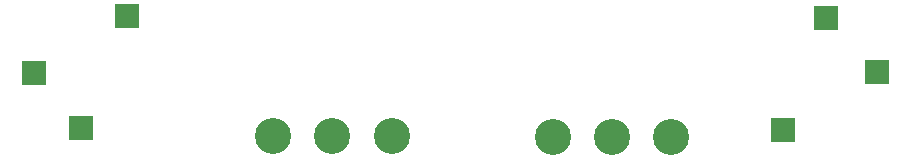
<source format=gbr>
G04 PROTEUS GERBER X2 FILE*
%TF.GenerationSoftware,Labcenter,Proteus,8.13-SP0-Build31525*%
%TF.CreationDate,2024-11-27T16:09:25+00:00*%
%TF.FileFunction,Copper,L1,Top*%
%TF.FilePolarity,Positive*%
%TF.Part,Single*%
%TF.SameCoordinates,{6c36026d-0d5a-4654-bc71-8b13258c69e2}*%
%FSLAX45Y45*%
%MOMM*%
G01*
%TA.AperFunction,ComponentPad*%
%ADD10C,3.048000*%
%TA.AperFunction,ComponentPad*%
%ADD11R,2.032000X2.032000*%
%TD.AperFunction*%
D10*
X+3294746Y+820000D03*
X+2794366Y+820000D03*
X+2293986Y+820000D03*
X+5664746Y+810000D03*
X+5164366Y+810000D03*
X+4663986Y+810000D03*
D11*
X+664746Y+890000D03*
X+1054746Y+1840000D03*
X+264746Y+1350000D03*
X+6974746Y+1820000D03*
X+6604746Y+870000D03*
X+7404746Y+1360000D03*
M02*

</source>
